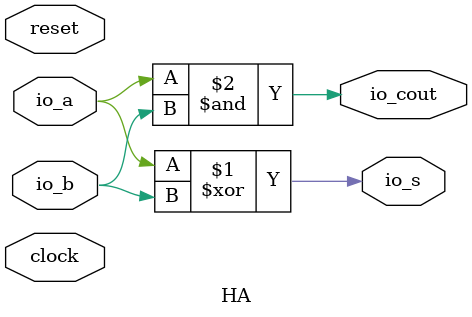
<source format=v>
module HA( // @[:@3.2]
  input   clock, // @[:@4.4]
  input   reset, // @[:@5.4]
  output  io_s, // @[:@6.4]
  output  io_cout, // @[:@6.4]
  input   io_a, // @[:@6.4]
  input   io_b // @[:@6.4]
);
  assign io_s = io_a ^ io_b; // @[RA_Mul.scala 11:8:@11.4]
  assign io_cout = io_a & io_b; // @[RA_Mul.scala 10:11:@9.4]
endmodule

</source>
